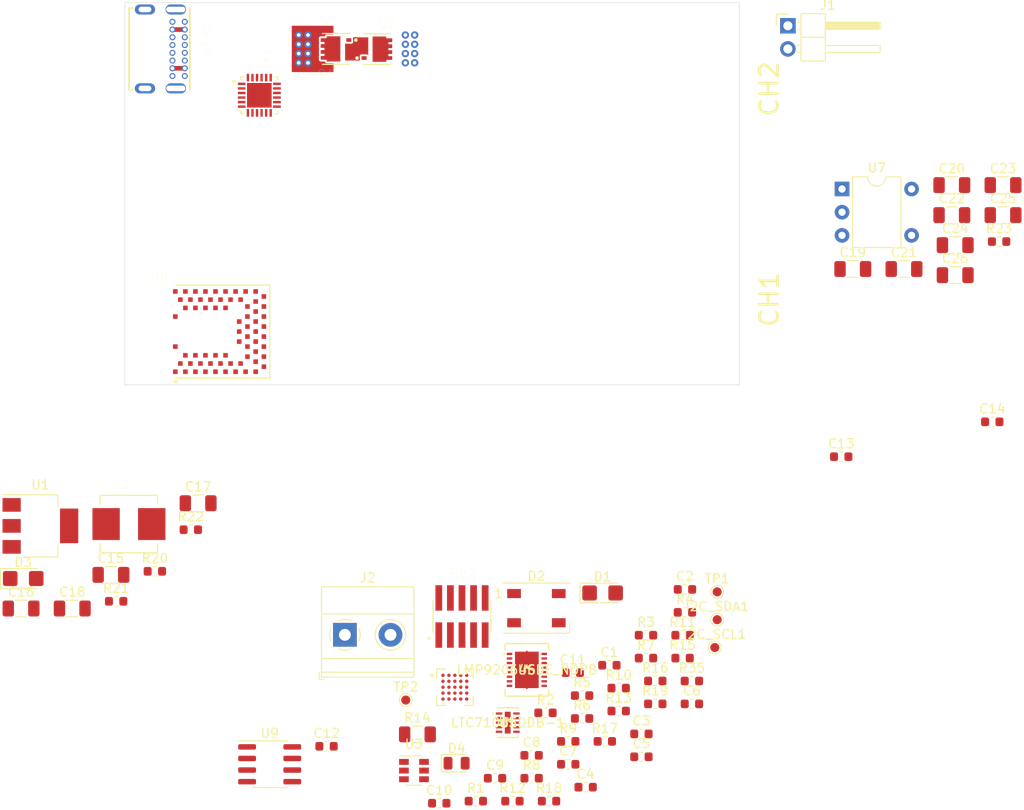
<source format=kicad_pcb>
(kicad_pcb (version 20171130) (host pcbnew "(5.1.5-0-10_14)")
  (layers (0 F.Cu signal) (1 In1.Cu power) (2 In2.Cu power) (31 B.Cu signal) (34 B.Paste user) (35 F.Paste user) (36 B.SilkS user) (37 F.SilkS user hide) (38 B.Mask user) (39 F.Mask user) (44 Edge.Cuts user))
  (net 0 "")
  (net 1 /I2C_SCL)
  (net 2 /I2C_SDA)
  (net 3 GND)
  (net 4 "Net-(Q1-Pad4)")
  (net 5 "Net-(R5-Pad1)")
  (net 6 /STUSB_RESET)
  (net 7 "Net-(C4-Pad1)")
  (net 8 /vSINK)
  (net 9 +3V3)
  (net 10 "Net-(C9-Pad2)")
  (net 11 "Net-(U4-PadC1)")
  (net 12 "Net-(U4-PadB1)")
  (net 13 "Net-(C7-Pad1)")
  (net 14 "Net-(USB1-PadB8)")
  (net 15 "Net-(USB1-PadA8)")
  (net 16 "Net-(C1-Pad1)")
  (net 17 "Net-(C8-Pad1)")
  (net 18 /VUSB_RAW)
  (net 19 "Net-(D2-Pad2)")
  (net 20 "Net-(R3-Pad2)")
  (net 21 "Net-(R8-Pad2)")
  (net 22 "Net-(R16-Pad1)")
  (net 23 "Net-(U2-Pad17)")
  (net 24 "Net-(U2-Pad15)")
  (net 25 "Net-(U2-Pad11)")
  (net 26 "Net-(PH2-Pad8)")
  (net 27 "Net-(PH2-Pad7)")
  (net 28 "Net-(D4-Pad2)")
  (net 29 "Net-(D4-Pad1)")
  (net 30 "Net-(D2-Pad4)")
  (net 31 "Net-(R1-Pad2)")
  (net 32 /STUSB_POK3)
  (net 33 /STUSB_POK2)
  (net 34 "Net-(U2-Pad4)")
  (net 35 "Net-(U2-Pad1)")
  (net 36 "Net-(U2-Pad19)")
  (net 37 "Net-(R12-Pad1)")
  (net 38 "Net-(R11-Pad1)")
  (net 39 "Net-(R10-Pad2)")
  (net 40 "Net-(C16-Pad1)")
  (net 41 +5V)
  (net 42 "Net-(J1-Pad1)")
  (net 43 "Net-(R17-Pad2)")
  (net 44 "Net-(U5-Pad11)")
  (net 45 "Net-(U6-Pad17)")
  (net 46 "Net-(U6-Pad15)")
  (net 47 "Net-(C13-Pad1)")
  (net 48 /VOUT)
  (net 49 "Net-(U8-Pad68)")
  (net 50 "Net-(U8-Pad67)")
  (net 51 "Net-(PH2-Pad10)")
  (net 52 "Net-(PH2-Pad6)")
  (net 53 "Net-(PH2-Pad4)")
  (net 54 "Net-(PH2-Pad2)")
  (net 55 /MISO)
  (net 56 /LTC7106_EN)
  (net 57 /LTC7106_CSB)
  (net 58 /SCLK)
  (net 59 /MOSI)
  (net 60 /LMP92064_CSB)
  (net 61 "Net-(C16-Pad2)")
  (net 62 "Net-(R20-Pad2)")
  (net 63 "Net-(R21-Pad2)")
  (net 64 /VOUT_PRE_SWITCH)
  (net 65 "Net-(R23-Pad1)")
  (net 66 "Net-(U7-Pad3)")
  (net 67 /OUTPUT_EN)
  (net 68 "Net-(U9-Pad3)")
  (net 69 "Net-(U9-Pad2)")
  (module Package_SO:SOIC-8_3.9x4.9mm_P1.27mm (layer F.Cu) (at 128.968 157.554)
    (fp_text reference U9 (at 0 -3.4) (layer F.SilkS))
    (fp_text value USB6B1)
    (pad 8 smd roundrect (at 2.475 -1.905) (size 1.95 0.6) (layers F.Cu F.Paste F.Mask) (net 41 +5V))
    (pad 7 smd roundrect (at 2.475 -0.635) (size 1.95 0.6) (layers F.Cu F.Paste F.Mask) (net 50 "Net-(U8-Pad67)"))
    (pad 6 smd roundrect (at 2.475 0.635) (size 1.95 0.6) (layers F.Cu F.Paste F.Mask) (net 49 "Net-(U8-Pad68)"))
    (pad 5 smd roundrect (at 2.475 1.905) (size 1.95 0.6) (layers F.Cu F.Paste F.Mask) (net 3 GND))
    (pad 4 smd roundrect (at -2.475 1.905) (size 1.95 0.6) (layers F.Cu F.Paste F.Mask) (net 3 GND))
    (pad 3 smd roundrect (at -2.475 0.635) (size 1.95 0.6) (layers F.Cu F.Paste F.Mask) (net 68 "Net-(U9-Pad3)"))
    (pad 2 smd roundrect (at -2.475 -0.635) (size 1.95 0.6) (layers F.Cu F.Paste F.Mask) (net 69 "Net-(U9-Pad2)"))
    (pad 1 smd roundrect (at -2.475 -1.905) (size 1.95 0.6) (layers F.Cu F.Paste F.Mask) (net 41 +5V))
  )
  (module Capacitor_SMD:C_0603_1608Metric (layer F.Cu) (at 135.198 155.584)
    (fp_text reference C12 (at 0 -1.43) (layer F.SilkS))
    (fp_text value .1uF)
    (pad 2 smd roundrect (at 0.7875 0) (size 0.875 0.95) (layers F.Cu F.Paste F.Mask) (net 3 GND))
    (pad 1 smd roundrect (at -0.7875 0) (size 0.875 0.95) (layers F.Cu F.Paste F.Mask) (net 41 +5V))
  )
  (module Package_DIP:DIP-5-6_W7.62mm (layer F.Cu) (at 191.676 94.49)
    (fp_text reference U7 (at 3.81 -2.33) (layer F.SilkS))
    (fp_text value TLP3542)
    (pad 6 thru_hole oval (at 7.62 0) (size 1.6 1.6) (drill 0.8) (layers *.Cu *.Mask) (net 64 /VOUT_PRE_SWITCH))
    (pad 3 thru_hole oval (at 0 5.08) (size 1.6 1.6) (drill 0.8) (layers *.Cu *.Mask) (net 66 "Net-(U7-Pad3)"))
    (pad 2 thru_hole oval (at 0 2.54) (size 1.6 1.6) (drill 0.8) (layers *.Cu *.Mask) (net 65 "Net-(R23-Pad1)"))
    (pad 4 thru_hole oval (at 7.62 5.08) (size 1.6 1.6) (drill 0.8) (layers *.Cu *.Mask) (net 48 /VOUT))
    (pad 1 thru_hole rect (at 0 0) (size 1.6 1.6) (drill 0.8) (layers *.Cu *.Mask) (net 67 /OUTPUT_EN))
  )
  (module Resistor_SMD:R_0603_1608Metric (layer F.Cu) (at 208.886 100.25)
    (fp_text reference R23 (at 0 -1.43) (layer F.SilkS))
    (fp_text value 1.1K)
    (pad 2 smd roundrect (at 0.7875 0) (size 0.875 0.95) (layers F.Cu F.Paste F.Mask) (net 3 GND))
    (pad 1 smd roundrect (at -0.7875 0) (size 0.875 0.95) (layers F.Cu F.Paste F.Mask) (net 65 "Net-(R23-Pad1)"))
  )
  (module Capacitor_SMD:C_1206_3216Metric (layer F.Cu) (at 204.076 103.93)
    (fp_text reference C26 (at 0 -1.82) (layer F.SilkS))
    (fp_text value 10uF)
    (pad 2 smd roundrect (at 1.4 0) (size 1.25 1.75) (layers F.Cu F.Paste F.Mask) (roundrect_rratio 0.2) (net 3 GND))
    (pad 1 smd roundrect (at -1.4 0) (size 1.25 1.75) (layers F.Cu F.Paste F.Mask) (roundrect_rratio 0.2) (net 64 /VOUT_PRE_SWITCH))
  )
  (module Capacitor_SMD:C_1206_3216Metric (layer F.Cu) (at 209.316 97.35)
    (fp_text reference C25 (at 0 -1.82) (layer F.SilkS))
    (fp_text value 10uF)
    (pad 2 smd roundrect (at 1.4 0) (size 1.25 1.75) (layers F.Cu F.Paste F.Mask) (roundrect_rratio 0.2) (net 3 GND))
    (pad 1 smd roundrect (at -1.4 0) (size 1.25 1.75) (layers F.Cu F.Paste F.Mask) (roundrect_rratio 0.2) (net 64 /VOUT_PRE_SWITCH))
  )
  (module Capacitor_SMD:C_1206_3216Metric (layer F.Cu) (at 204.076 100.64)
    (fp_text reference C24 (at 0 -1.82) (layer F.SilkS))
    (fp_text value 10uF)
    (pad 2 smd roundrect (at 1.4 0) (size 1.25 1.75) (layers F.Cu F.Paste F.Mask) (roundrect_rratio 0.2) (net 3 GND))
    (pad 1 smd roundrect (at -1.4 0) (size 1.25 1.75) (layers F.Cu F.Paste F.Mask) (roundrect_rratio 0.2) (net 64 /VOUT_PRE_SWITCH))
  )
  (module Capacitor_SMD:C_1206_3216Metric (layer F.Cu) (at 209.316 94.06)
    (fp_text reference C23 (at 0 -1.82) (layer F.SilkS))
    (fp_text value 10uF)
    (pad 2 smd roundrect (at 1.4 0) (size 1.25 1.75) (layers F.Cu F.Paste F.Mask) (roundrect_rratio 0.2) (net 3 GND))
    (pad 1 smd roundrect (at -1.4 0) (size 1.25 1.75) (layers F.Cu F.Paste F.Mask) (roundrect_rratio 0.2) (net 64 /VOUT_PRE_SWITCH))
  )
  (module Capacitor_SMD:C_1206_3216Metric (layer F.Cu) (at 203.706 97.35)
    (fp_text reference C22 (at 0 -1.82) (layer F.SilkS))
    (fp_text value 10uF)
    (pad 2 smd roundrect (at 1.4 0) (size 1.25 1.75) (layers F.Cu F.Paste F.Mask) (roundrect_rratio 0.2) (net 3 GND))
    (pad 1 smd roundrect (at -1.4 0) (size 1.25 1.75) (layers F.Cu F.Paste F.Mask) (roundrect_rratio 0.2) (net 64 /VOUT_PRE_SWITCH))
  )
  (module Capacitor_SMD:C_1206_3216Metric (layer F.Cu) (at 198.466 103.26)
    (fp_text reference C21 (at 0 -1.82) (layer F.SilkS))
    (fp_text value 10uF)
    (pad 2 smd roundrect (at 1.4 0) (size 1.25 1.75) (layers F.Cu F.Paste F.Mask) (roundrect_rratio 0.2) (net 3 GND))
    (pad 1 smd roundrect (at -1.4 0) (size 1.25 1.75) (layers F.Cu F.Paste F.Mask) (roundrect_rratio 0.2) (net 64 /VOUT_PRE_SWITCH))
  )
  (module Capacitor_SMD:C_1206_3216Metric (layer F.Cu) (at 203.706 94.06)
    (fp_text reference C20 (at 0 -1.82) (layer F.SilkS))
    (fp_text value 10uF)
    (pad 2 smd roundrect (at 1.4 0) (size 1.25 1.75) (layers F.Cu F.Paste F.Mask) (roundrect_rratio 0.2) (net 3 GND))
    (pad 1 smd roundrect (at -1.4 0) (size 1.25 1.75) (layers F.Cu F.Paste F.Mask) (roundrect_rratio 0.2) (net 64 /VOUT_PRE_SWITCH))
  )
  (module Capacitor_SMD:C_1206_3216Metric (layer F.Cu) (at 192.856 103.26)
    (fp_text reference C19 (at 0 -1.82) (layer F.SilkS))
    (fp_text value 10uF)
    (pad 2 smd roundrect (at 1.4 0) (size 1.25 1.75) (layers F.Cu F.Paste F.Mask) (roundrect_rratio 0.2) (net 3 GND))
    (pad 1 smd roundrect (at -1.4 0) (size 1.25 1.75) (layers F.Cu F.Paste F.Mask) (roundrect_rratio 0.2) (net 64 /VOUT_PRE_SWITCH))
  )
  (module Package_TO_SOT_SMD:SOT-223-3_TabPin2 (layer F.Cu) (at 103.846 131.418)
    (fp_text reference U1 (at 0 -4.5) (layer F.SilkS))
    (fp_text value LM1117LD-3.3)
    (pad 1 smd rect (at -3.15 -2.3) (size 2 1.5) (layers F.Cu F.Paste F.Mask) (net 3 GND))
    (pad 3 smd rect (at -3.15 2.3) (size 2 1.5) (layers F.Cu F.Paste F.Mask) (net 41 +5V))
    (pad 2 smd rect (at -3.15 0) (size 2 1.5) (layers F.Cu F.Paste F.Mask) (net 9 +3V3))
    (pad 2 smd rect (at 3.15 0) (size 2 3.8) (layers F.Cu F.Paste F.Mask) (net 9 +3V3))
  )
  (module Resistor_SMD:R_0603_1608Metric (layer F.Cu) (at 120.326 131.838)
    (fp_text reference R22 (at 0 -1.43) (layer F.SilkS))
    (fp_text value 10K)
    (pad 2 smd roundrect (at 0.7875 0) (size 0.875 0.95) (layers F.Cu F.Paste F.Mask) (net 3 GND))
    (pad 1 smd roundrect (at -0.7875 0) (size 0.875 0.95) (layers F.Cu F.Paste F.Mask) (net 63 "Net-(R21-Pad2)"))
  )
  (module Resistor_SMD:R_0603_1608Metric (layer F.Cu) (at 112.146 139.688)
    (fp_text reference R21 (at 0 -1.43) (layer F.SilkS))
    (fp_text value 54.9K)
    (pad 2 smd roundrect (at 0.7875 0) (size 0.875 0.95) (layers F.Cu F.Paste F.Mask) (net 63 "Net-(R21-Pad2)"))
    (pad 1 smd roundrect (at -0.7875 0) (size 0.875 0.95) (layers F.Cu F.Paste F.Mask) (net 41 +5V))
  )
  (module Resistor_SMD:R_0603_1608Metric (layer F.Cu) (at 116.386 136.398)
    (fp_text reference R20 (at 0 -1.43) (layer F.SilkS))
    (fp_text value 100K)
    (pad 2 smd roundrect (at 0.7875 0) (size 0.875 0.95) (layers F.Cu F.Paste F.Mask) (net 62 "Net-(R20-Pad2)"))
    (pad 1 smd roundrect (at -0.7875 0) (size 0.875 0.95) (layers F.Cu F.Paste F.Mask) (net 18 /VUSB_RAW))
  )
  (module LQH66SN220M03L:IND_LQH66SN220M03L (layer F.Cu) (at 113.546 131.218)
    (fp_text reference L1 (at -0.635 -4.445) (layer F.SilkS) (effects (font (thickness 0.015))))
    (fp_text value LQH66SN220M03L)
    (pad 2 smd rect (at 2.5 0) (size 3 3.5) (layers F.Cu F.Paste F.Mask) (net 41 +5V))
    (pad 1 smd rect (at -2.5 0) (size 3 3.5) (layers F.Cu F.Paste F.Mask) (net 61 "Net-(C16-Pad2)"))
  )
  (module Diode_SMD:D_1206_3216Metric_Castellated (layer F.Cu) (at 101.966 137.188)
    (fp_text reference D3 (at 0 -1.78) (layer F.SilkS))
    (fp_text value SD1206T040S2R0)
    (pad 2 smd roundrect (at 1.425 0) (size 1.6 1.65) (layers F.Cu F.Paste F.Mask) (roundrect_rratio 0.15625) (net 3 GND))
    (pad 1 smd roundrect (at -1.425 0) (size 1.6 1.65) (layers F.Cu F.Paste F.Mask) (roundrect_rratio 0.15625) (net 61 "Net-(C16-Pad2)"))
  )
  (module Capacitor_SMD:C_1206_3216Metric (layer F.Cu) (at 107.336 140.478)
    (fp_text reference C18 (at 0 -1.82) (layer F.SilkS))
    (fp_text value 10uF)
    (pad 2 smd roundrect (at 1.4 0) (size 1.25 1.75) (layers F.Cu F.Paste F.Mask) (roundrect_rratio 0.2) (net 3 GND))
    (pad 1 smd roundrect (at -1.4 0) (size 1.25 1.75) (layers F.Cu F.Paste F.Mask) (roundrect_rratio 0.2) (net 9 +3V3))
  )
  (module Capacitor_SMD:C_1206_3216Metric (layer F.Cu) (at 121.126 128.938)
    (fp_text reference C17 (at 0 -1.82) (layer F.SilkS))
    (fp_text value 10uF)
    (pad 2 smd roundrect (at 1.4 0) (size 1.25 1.75) (layers F.Cu F.Paste F.Mask) (roundrect_rratio 0.2) (net 3 GND))
    (pad 1 smd roundrect (at -1.4 0) (size 1.25 1.75) (layers F.Cu F.Paste F.Mask) (roundrect_rratio 0.2) (net 41 +5V))
  )
  (module Capacitor_SMD:C_1206_3216Metric (layer F.Cu) (at 101.726 140.478)
    (fp_text reference C16 (at 0 -1.82) (layer F.SilkS))
    (fp_text value .1uF)
    (pad 2 smd roundrect (at 1.4 0) (size 1.25 1.75) (layers F.Cu F.Paste F.Mask) (roundrect_rratio 0.2) (net 61 "Net-(C16-Pad2)"))
    (pad 1 smd roundrect (at -1.4 0) (size 1.25 1.75) (layers F.Cu F.Paste F.Mask) (roundrect_rratio 0.2) (net 40 "Net-(C16-Pad1)"))
  )
  (module Capacitor_SMD:C_1206_3216Metric (layer F.Cu) (at 111.576 136.788)
    (fp_text reference C15 (at 0 -1.82) (layer F.SilkS))
    (fp_text value 10uF)
    (pad 2 smd roundrect (at 1.4 0) (size 1.25 1.75) (layers F.Cu F.Paste F.Mask) (roundrect_rratio 0.2) (net 18 /VUSB_RAW))
    (pad 1 smd roundrect (at -1.4 0) (size 1.25 1.75) (layers F.Cu F.Paste F.Mask) (roundrect_rratio 0.2) (net 3 GND))
  )
  (module BMD-340-A-R:RIGADO_BMD-340-A-R (layer F.Cu) (at 121.482 110.118)
    (fp_text reference U8 (at -4.594315 -5.909865) (layer F.SilkS) (effects (font (size 1.004228 1.004228) (thickness 0.015))))
    (fp_text value BMD-340-A-R)
    (pad 68 smd rect (at 6.85 -3.85) (size 0.5 0.5) (layers F.Cu F.Paste F.Mask) (net 49 "Net-(U8-Pad68)"))
    (pad 67 smd rect (at 6.85 -2.75) (size 0.5 0.5) (layers F.Cu F.Paste F.Mask) (net 50 "Net-(U8-Pad67)"))
    (pad 66 smd rect (at 6.85 -1.65) (size 0.5 0.5) (layers F.Cu F.Paste F.Mask) (net 41 +5V))
    (pad 65 smd rect (at 6.85 -0.55) (size 0.5 0.5) (layers F.Cu F.Paste F.Mask) (net 9 +3V3))
    (pad 64 smd rect (at 6.85 0.55) (size 0.5 0.5) (layers F.Cu F.Paste F.Mask))
    (pad 63 smd rect (at 6.85 1.65) (size 0.5 0.5) (layers F.Cu F.Paste F.Mask))
    (pad 62 smd rect (at 6.85 2.75) (size 0.5 0.5) (layers F.Cu F.Paste F.Mask))
    (pad 61 smd rect (at 6.85 3.85) (size 0.5 0.5) (layers F.Cu F.Paste F.Mask))
    (pad 60 smd rect (at -1.75 -2.6) (size 0.5 0.5) (layers F.Cu F.Paste F.Mask))
    (pad 59 smd rect (at -0.65 -2.6) (size 0.5 0.5) (layers F.Cu F.Paste F.Mask))
    (pad 58 smd rect (at 0.45 -2.6) (size 0.5 0.5) (layers F.Cu F.Paste F.Mask))
    (pad 57 smd rect (at 1.55 -2.6) (size 0.5 0.5) (layers F.Cu F.Paste F.Mask))
    (pad 56 smd rect (at 2.65 -2.6) (size 0.5 0.5) (layers F.Cu F.Paste F.Mask) (net 52 "Net-(PH2-Pad6)"))
    (pad 55 smd rect (at 4.15 -1.1) (size 0.5 0.5) (layers F.Cu F.Paste F.Mask) (net 3 GND))
    (pad 54 smd rect (at 4.15 0) (size 0.5 0.5) (layers F.Cu F.Paste F.Mask))
    (pad 53 smd rect (at 4.15 1.1) (size 0.5 0.5) (layers F.Cu F.Paste F.Mask))
    (pad 52 smd rect (at 2.65 2.6) (size 0.5 0.5) (layers F.Cu F.Paste F.Mask))
    (pad 51 smd rect (at 1.55 2.6) (size 0.5 0.5) (layers F.Cu F.Paste F.Mask))
    (pad 50 smd rect (at 0.45 2.6) (size 0.5 0.5) (layers F.Cu F.Paste F.Mask))
    (pad 49 smd rect (at -0.65 2.6) (size 0.5 0.5) (layers F.Cu F.Paste F.Mask))
    (pad 48 smd rect (at -1.75 2.6) (size 0.5 0.5) (layers F.Cu F.Paste F.Mask))
    (pad 47 smd rect (at -2.85 1.65) (size 0.5 0.5) (layers F.Cu F.Paste F.Mask) (net 3 GND))
    (pad 46 smd rect (at -2.85 -1.65) (size 0.5 0.5) (layers F.Cu F.Paste F.Mask) (net 3 GND))
    (pad 45 smd rect (at -2.85 -4.4) (size 0.5 0.5) (layers F.Cu F.Paste F.Mask) (net 3 GND))
    (pad 44 smd rect (at -2.3 -3.5) (size 0.5 0.5) (layers F.Cu F.Paste F.Mask) (net 54 "Net-(PH2-Pad2)"))
    (pad 43 smd rect (at -1.75 -4.4) (size 0.5 0.5) (layers F.Cu F.Paste F.Mask) (net 53 "Net-(PH2-Pad4)"))
    (pad 42 smd rect (at -1.2 -3.5) (size 0.5 0.5) (layers F.Cu F.Paste F.Mask))
    (pad 41 smd rect (at -0.65 -4.4) (size 0.5 0.5) (layers F.Cu F.Paste F.Mask))
    (pad 40 smd rect (at -0.1 -3.5) (size 0.5 0.5) (layers F.Cu F.Paste F.Mask))
    (pad 39 smd rect (at 0.45 -4.4) (size 0.5 0.5) (layers F.Cu F.Paste F.Mask) (net 51 "Net-(PH2-Pad10)"))
    (pad 38 smd rect (at 1 -3.5) (size 0.5 0.5) (layers F.Cu F.Paste F.Mask))
    (pad 37 smd rect (at 1.55 -4.4) (size 0.5 0.5) (layers F.Cu F.Paste F.Mask))
    (pad 36 smd rect (at 2.1 -3.5) (size 0.5 0.5) (layers F.Cu F.Paste F.Mask) (net 31 "Net-(R1-Pad2)"))
    (pad 35 smd rect (at 2.65 -4.4) (size 0.5 0.5) (layers F.Cu F.Paste F.Mask))
    (pad 34 smd rect (at 3.2 -3.5) (size 0.5 0.5) (layers F.Cu F.Paste F.Mask))
    (pad 33 smd rect (at 3.75 -4.4) (size 0.5 0.5) (layers F.Cu F.Paste F.Mask))
    (pad 32 smd rect (at 4.3 -3.5) (size 0.5 0.5) (layers F.Cu F.Paste F.Mask) (net 67 /OUTPUT_EN))
    (pad 31 smd rect (at 4.85 -4.4) (size 0.5 0.5) (layers F.Cu F.Paste F.Mask) (net 32 /STUSB_POK3))
    (pad 30 smd rect (at 5.95 -4.4) (size 0.5 0.5) (layers F.Cu F.Paste F.Mask) (net 3 GND))
    (pad 29 smd rect (at 5.95 -3.3) (size 0.5 0.5) (layers F.Cu F.Paste F.Mask) (net 3 GND))
    (pad 28 smd rect (at 5.05 -2.75) (size 0.5 0.5) (layers F.Cu F.Paste F.Mask) (net 33 /STUSB_POK2))
    (pad 27 smd rect (at 5.95 -2.2) (size 0.5 0.5) (layers F.Cu F.Paste F.Mask) (net 6 /STUSB_RESET))
    (pad 26 smd rect (at 5.05 -1.65) (size 0.5 0.5) (layers F.Cu F.Paste F.Mask) (net 2 /I2C_SDA))
    (pad 25 smd rect (at 5.95 -1.1) (size 0.5 0.5) (layers F.Cu F.Paste F.Mask) (net 1 /I2C_SCL))
    (pad 24 smd rect (at 5.05 -0.55) (size 0.5 0.5) (layers F.Cu F.Paste F.Mask) (net 28 "Net-(D4-Pad2)"))
    (pad 23 smd rect (at 5.95 0) (size 0.5 0.5) (layers F.Cu F.Paste F.Mask) (net 60 /LMP92064_CSB))
    (pad 22 smd rect (at 5.05 0.55) (size 0.5 0.5) (layers F.Cu F.Paste F.Mask) (net 59 /MOSI))
    (pad 21 smd rect (at 5.95 1.1) (size 0.5 0.5) (layers F.Cu F.Paste F.Mask) (net 58 /SCLK))
    (pad 20 smd rect (at 5.05 1.65) (size 0.5 0.5) (layers F.Cu F.Paste F.Mask) (net 55 /MISO))
    (pad 19 smd rect (at 5.95 2.2) (size 0.5 0.5) (layers F.Cu F.Paste F.Mask) (net 57 /LTC7106_CSB))
    (pad 18 smd rect (at 5.05 2.75) (size 0.5 0.5) (layers F.Cu F.Paste F.Mask) (net 3 GND))
    (pad 17 smd rect (at 5.95 3.3) (size 0.5 0.5) (layers F.Cu F.Paste F.Mask) (net 9 +3V3))
    (pad 16 smd rect (at 5.95 4.4) (size 0.5 0.5) (layers F.Cu F.Paste F.Mask) (net 3 GND))
    (pad 15 smd rect (at 4.85 4.4) (size 0.5 0.5) (layers F.Cu F.Paste F.Mask) (net 56 /LTC7106_EN))
    (pad 14 smd rect (at 4.3 3.5) (size 0.5 0.5) (layers F.Cu F.Paste F.Mask))
    (pad 13 smd rect (at 3.75 4.4) (size 0.5 0.5) (layers F.Cu F.Paste F.Mask))
    (pad 12 smd rect (at 3.2 3.5) (size 0.5 0.5) (layers F.Cu F.Paste F.Mask))
    (pad 11 smd rect (at 2.65 4.4) (size 0.5 0.5) (layers F.Cu F.Paste F.Mask))
    (pad 10 smd rect (at 2.1 3.5) (size 0.5 0.5) (layers F.Cu F.Paste F.Mask))
    (pad 9 smd rect (at 1.55 4.4) (size 0.5 0.5) (layers F.Cu F.Paste F.Mask))
    (pad 8 smd rect (at 1 3.5) (size 0.5 0.5) (layers F.Cu F.Paste F.Mask))
    (pad 7 smd rect (at 0.45 4.4) (size 0.5 0.5) (layers F.Cu F.Paste F.Mask))
    (pad 6 smd rect (at -0.1 3.5) (size 0.5 0.5) (layers F.Cu F.Paste F.Mask))
    (pad 5 smd rect (at -0.65 4.4) (size 0.5 0.5) (layers F.Cu F.Paste F.Mask) (net 3 GND))
    (pad 4 smd rect (at -1.2 3.5) (size 0.5 0.5) (layers F.Cu F.Paste F.Mask) (net 3 GND))
    (pad 3 smd rect (at -1.75 4.4) (size 0.5 0.5) (layers F.Cu F.Paste F.Mask) (net 3 GND))
    (pad 2 smd rect (at -2.3 3.5) (size 0.5 0.5) (layers F.Cu F.Paste F.Mask) (net 3 GND))
    (pad 1 smd rect (at -2.85 4.4) (size 0.5 0.5) (layers F.Cu F.Paste F.Mask) (net 3 GND))
  )
  (module Capacitor_SMD:C_0603_1608Metric (layer F.Cu) (at 208.136 120.014)
    (fp_text reference C14 (at 0 -1.43) (layer F.SilkS))
    (fp_text value .1uF)
    (pad 2 smd roundrect (at 0.7875 0) (size 0.875 0.95) (layers F.Cu F.Paste F.Mask) (net 3 GND))
    (pad 1 smd roundrect (at -0.7875 0) (size 0.875 0.95) (layers F.Cu F.Paste F.Mask) (net 9 +3V3))
  )
  (module Capacitor_SMD:C_0603_1608Metric (layer F.Cu) (at 191.586 123.834)
    (fp_text reference C13 (at 0 -1.43) (layer F.SilkS))
    (fp_text value 1uF)
    (pad 2 smd roundrect (at 0.7875 0) (size 0.875 0.95) (layers F.Cu F.Paste F.Mask) (net 3 GND))
    (pad 1 smd roundrect (at -0.7875 0) (size 0.875 0.95) (layers F.Cu F.Paste F.Mask) (net 47 "Net-(C13-Pad1)"))
  )
  (module footprints:LMP92064SDE&slash_NOPB (layer F.Cu) (at 157.145349 147.2062)
    (fp_text reference U6 (at 0 0) (layer F.SilkS))
    (fp_text value LMP92064SDE_NOPB (at 0 0) (layer F.SilkS))
    (fp_line (start 0 2) (end 0 2) (layer F.Cu) (width 0.1524))
    (fp_line (start 0 2) (end 0 2) (layer F.Cu) (width 0.1524))
    (fp_line (start 0 2) (end 0 2) (layer F.Cu) (width 0.1524))
    (fp_line (start 0 2) (end 0 2) (layer F.Cu) (width 0.1524))
    (fp_line (start 0 2) (end 0 2) (layer F.Cu) (width 0.1524))
    (fp_line (start 0 2) (end 0 2) (layer F.Cu) (width 0.1524))
    (fp_line (start 0 2) (end 0 2) (layer F.Cu) (width 0.1524))
    (fp_line (start 0 2) (end 0 2) (layer F.Cu) (width 0.1524))
    (fp_line (start 0 -2) (end 0 -2) (layer F.Cu) (width 0.1524))
    (fp_line (start 0 -2) (end 0 -2) (layer F.Cu) (width 0.1524))
    (fp_line (start 0 -2) (end 0 -2) (layer F.Cu) (width 0.1524))
    (fp_line (start 0 -2) (end 0 -2) (layer F.Cu) (width 0.1524))
    (fp_line (start 0 -2) (end 0 -2) (layer F.Cu) (width 0.1524))
    (fp_line (start 0 -2) (end 0 -2) (layer F.Cu) (width 0.1524))
    (fp_line (start 0 -2) (end 0 -2) (layer F.Cu) (width 0.1524))
    (fp_line (start 0 -2) (end 0 -2) (layer F.Cu) (width 0.1524))
    (fp_text user * (at 0 0) (layer F.SilkS))
    (pad 17 smd rect (at 0 0) (size 2.6 4) (layers F.Cu F.Paste F.Mask) (net 45 "Net-(U6-Pad17)"))
    (pad 16 smd rect (at 1.899999 -1.749999) (size 0.6 0.25) (layers F.Cu F.Paste F.Mask) (net 3 GND))
    (pad 15 smd rect (at 1.899999 -1.25) (size 0.6 0.25) (layers F.Cu F.Paste F.Mask) (net 46 "Net-(U6-Pad15)"))
    (pad 14 smd rect (at 1.899999 -0.749998) (size 0.6 0.25) (layers F.Cu F.Paste F.Mask) (net 60 /LMP92064_CSB))
    (pad 13 smd rect (at 1.899999 -0.25) (size 0.6 0.25) (layers F.Cu F.Paste F.Mask) (net 58 /SCLK))
    (pad 12 smd rect (at 1.899999 0.25) (size 0.6 0.25) (layers F.Cu F.Paste F.Mask) (net 59 /MOSI))
    (pad 11 smd rect (at 1.899999 0.750001) (size 0.6 0.25) (layers F.Cu F.Paste F.Mask) (net 55 /MISO))
    (pad 10 smd rect (at 1.899999 1.25) (size 0.6 0.25) (layers F.Cu F.Paste F.Mask) (net 3 GND))
    (pad 9 smd rect (at 1.899999 1.750002) (size 0.6 0.25) (layers F.Cu F.Paste F.Mask) (net 9 +3V3))
    (pad 8 smd rect (at -1.899999 1.749999) (size 0.6 0.25) (layers F.Cu F.Paste F.Mask) (net 9 +3V3))
    (pad 7 smd rect (at -1.899999 1.25) (size 0.6 0.25) (layers F.Cu F.Paste F.Mask) (net 3 GND))
    (pad 6 smd rect (at -1.899999 0.749998) (size 0.6 0.25) (layers F.Cu F.Paste F.Mask) (net 3 GND))
    (pad 5 smd rect (at -1.899999 0.25) (size 0.6 0.25) (layers F.Cu F.Paste F.Mask) (net 43 "Net-(R17-Pad2)"))
    (pad 4 smd rect (at -1.899999 -0.25) (size 0.6 0.25) (layers F.Cu F.Paste F.Mask) (net 3 GND))
    (pad 3 smd rect (at -1.899999 -0.750001) (size 0.6 0.25) (layers F.Cu F.Paste F.Mask) (net 42 "Net-(J1-Pad1)"))
    (pad 2 smd rect (at -1.899999 -1.25) (size 0.6 0.25) (layers F.Cu F.Paste F.Mask) (net 3 GND))
    (pad 1 smd rect (at -1.899999 -1.750002) (size 0.6 0.25) (layers F.Cu F.Paste F.Mask) (net 47 "Net-(C13-Pad1)"))
  )
  (module ul_LTC7106EDDB:LTC7106EDDB (layer F.Cu) (at 155.050145 152.9892)
    (fp_text reference U5 (at 0 0) (layer F.SilkS))
    (fp_text value LTC7106EDDB-1 (at 0 0) (layer F.SilkS))
    (fp_text user * (at 0 0) (layer F.SilkS))
    (pad 11 smd rect (at 0 0) (size 0.64 2.39) (layers F.Cu F.Paste F.Mask) (net 44 "Net-(U5-Pad11)"))
    (pad 10 smd rect (at 0.952401 -1.000001) (size 0.7048 0.25) (layers F.Cu F.Paste F.Mask) (net 57 /LTC7106_CSB))
    (pad 9 smd rect (at 0.952401 -0.499999) (size 0.7048 0.25) (layers F.Cu F.Paste F.Mask) (net 55 /MISO))
    (pad 8 smd rect (at 0.952401 0) (size 0.7048 0.25) (layers F.Cu F.Paste F.Mask) (net 39 "Net-(R10-Pad2)"))
    (pad 7 smd rect (at 0.952401 0.499999) (size 0.7048 0.25) (layers F.Cu F.Paste F.Mask) (net 56 /LTC7106_EN))
    (pad 6 smd rect (at 0.952401 1.000001) (size 0.7048 0.25) (layers F.Cu F.Paste F.Mask) (net 37 "Net-(R12-Pad1)"))
    (pad 5 smd rect (at -0.952401 1.000001) (size 0.7048 0.25) (layers F.Cu F.Paste F.Mask) (net 3 GND))
    (pad 4 smd rect (at -0.952401 0.499999) (size 0.7048 0.25) (layers F.Cu F.Paste F.Mask) (net 3 GND))
    (pad 3 smd rect (at -0.952401 0) (size 0.7048 0.25) (layers F.Cu F.Paste F.Mask) (net 9 +3V3))
    (pad 2 smd rect (at -0.952401 -0.499999) (size 0.7048 0.25) (layers F.Cu F.Paste F.Mask) (net 58 /SCLK))
    (pad 1 smd rect (at -0.952401 -1.000001) (size 0.7048 0.25) (layers F.Cu F.Paste F.Mask) (net 59 /MOSI))
  )
  (module LTM8074IY_PBF:BGA25C65P5X5_400X400X198N (layer F.Cu) (at 149.256 149.104)
    (fp_text reference U4 (at 0.425 -3.885) (layer F.SilkS) (effects (font (thickness 0.015))))
    (fp_text value LTM8074IY)
    (pad E5 smd circle (at 1.3 1.3) (size 0.37 0.37) (layers F.Cu F.Paste F.Mask) (net 3 GND))
    (pad E4 smd circle (at 0.65 1.3) (size 0.37 0.37) (layers F.Cu F.Paste F.Mask) (net 3 GND))
    (pad E3 smd circle (at 0 1.3) (size 0.37 0.37) (layers F.Cu F.Paste F.Mask) (net 3 GND))
    (pad E2 smd circle (at -0.65 1.3) (size 0.37 0.37) (layers F.Cu F.Paste F.Mask) (net 64 /VOUT_PRE_SWITCH))
    (pad E1 smd circle (at -1.3 1.3) (size 0.37 0.37) (layers F.Cu F.Paste F.Mask) (net 64 /VOUT_PRE_SWITCH))
    (pad D5 smd circle (at 1.3 0.65) (size 0.37 0.37) (layers F.Cu F.Paste F.Mask) (net 3 GND))
    (pad D4 smd circle (at 0.65 0.65) (size 0.37 0.37) (layers F.Cu F.Paste F.Mask) (net 3 GND))
    (pad D3 smd circle (at 0 0.65) (size 0.37 0.37) (layers F.Cu F.Paste F.Mask) (net 3 GND))
    (pad D2 smd circle (at -0.65 0.65) (size 0.37 0.37) (layers F.Cu F.Paste F.Mask) (net 3 GND))
    (pad D1 smd circle (at -1.3 0.65) (size 0.37 0.37) (layers F.Cu F.Paste F.Mask) (net 37 "Net-(R12-Pad1)"))
    (pad C5 smd circle (at 1.3 0) (size 0.37 0.37) (layers F.Cu F.Paste F.Mask) (net 3 GND))
    (pad C4 smd circle (at 0.65 0) (size 0.37 0.37) (layers F.Cu F.Paste F.Mask) (net 3 GND))
    (pad C3 smd circle (at 0 0) (size 0.37 0.37) (layers F.Cu F.Paste F.Mask) (net 3 GND))
    (pad C2 smd circle (at -0.65 0) (size 0.37 0.37) (layers F.Cu F.Paste F.Mask) (net 3 GND))
    (pad C1 smd circle (at -1.3 0) (size 0.37 0.37) (layers F.Cu F.Paste F.Mask) (net 11 "Net-(U4-PadC1)"))
    (pad B5 smd circle (at 1.3 -0.65) (size 0.37 0.37) (layers F.Cu F.Paste F.Mask) (net 38 "Net-(R11-Pad1)"))
    (pad B4 smd circle (at 0.65 -0.65) (size 0.37 0.37) (layers F.Cu F.Paste F.Mask) (net 3 GND))
    (pad B3 smd circle (at 0 -0.65) (size 0.37 0.37) (layers F.Cu F.Paste F.Mask) (net 3 GND))
    (pad B2 smd circle (at -0.65 -0.65) (size 0.37 0.37) (layers F.Cu F.Paste F.Mask) (net 3 GND))
    (pad B1 smd circle (at -1.3 -0.65) (size 0.37 0.37) (layers F.Cu F.Paste F.Mask) (net 12 "Net-(U4-PadB1)"))
    (pad A5 smd circle (at 1.3 -1.3) (size 0.37 0.37) (layers F.Cu F.Paste F.Mask) (net 3 GND))
    (pad A4 smd circle (at 0.65 -1.3) (size 0.37 0.37) (layers F.Cu F.Paste F.Mask) (net 8 /vSINK))
    (pad A3 smd circle (at 0 -1.3) (size 0.37 0.37) (layers F.Cu F.Paste F.Mask) (net 8 /vSINK))
    (pad A2 smd circle (at -0.65 -1.3) (size 0.37 0.37) (layers F.Cu F.Paste F.Mask) (net 39 "Net-(R10-Pad2)"))
    (pad A1 smd circle (at -1.3 -1.3) (size 0.37 0.37) (layers F.Cu F.Paste F.Mask) (net 3 GND))
  )
  (module Package_TO_SOT_SMD:SOT-23-6 (layer F.Cu) (at 144.776 158.244)
    (fp_text reference U3 (at 0 -2.9) (layer F.SilkS))
    (fp_text value LMR16006YQ5)
    (pad 5 smd rect (at 1.1 0) (size 1.06 0.65) (layers F.Cu F.Paste F.Mask) (net 18 /VUSB_RAW))
    (pad 6 smd rect (at 1.1 -0.95) (size 1.06 0.65) (layers F.Cu F.Paste F.Mask) (net 61 "Net-(C16-Pad2)"))
    (pad 4 smd rect (at 1.1 0.95) (size 1.06 0.65) (layers F.Cu F.Paste F.Mask) (net 62 "Net-(R20-Pad2)"))
    (pad 3 smd rect (at -1.1 0.95) (size 1.06 0.65) (layers F.Cu F.Paste F.Mask) (net 63 "Net-(R21-Pad2)"))
    (pad 2 smd rect (at -1.1 0) (size 1.06 0.65) (layers F.Cu F.Paste F.Mask) (net 3 GND))
    (pad 1 smd rect (at -1.1 -0.95) (size 1.06 0.65) (layers F.Cu F.Paste F.Mask) (net 40 "Net-(C16-Pad1)"))
  )
  (module TestPoint:TestPoint_Pad_D1.0mm (layer F.Cu) (at 143.876 150.514)
    (fp_text reference TP2 (at 0 -1.448) (layer F.SilkS))
    (fp_text value TestPoint)
    (pad 1 smd circle (at 0 0) (size 1 1) (layers F.Cu F.Mask) (net 8 /vSINK))
  )
  (module TestPoint:TestPoint_Pad_D1.0mm (layer F.Cu) (at 177.996 138.654)
    (fp_text reference TP1 (at 0 -1.448) (layer F.SilkS))
    (fp_text value TestPoint)
    (pad 1 smd circle (at 0 0) (size 1 1) (layers F.Cu F.Mask) (net 18 /VUSB_RAW))
  )
  (module Resistor_SMD:R_0603_1608Metric (layer F.Cu) (at 175.226 148.424)
    (fp_text reference R35 (at 0 -1.43) (layer F.SilkS))
    (fp_text value 300)
    (pad 2 smd roundrect (at 0.7875 0) (size 0.875 0.95) (layers F.Cu F.Paste F.Mask) (net 29 "Net-(D4-Pad1)"))
    (pad 1 smd roundrect (at -0.7875 0) (size 0.875 0.95) (layers F.Cu F.Paste F.Mask) (net 3 GND))
  )
  (module Resistor_SMD:R_0603_1608Metric (layer F.Cu) (at 171.216 150.934)
    (fp_text reference R19 (at 0 -1.43) (layer F.SilkS))
    (fp_text value 2.2K)
    (pad 2 smd roundrect (at 0.7875 0) (size 0.875 0.95) (layers F.Cu F.Paste F.Mask) (net 3 GND))
    (pad 1 smd roundrect (at -0.7875 0) (size 0.875 0.95) (layers F.Cu F.Paste F.Mask) (net 43 "Net-(R17-Pad2)"))
  )
  (module Resistor_SMD:R_0603_1608Metric (layer F.Cu) (at 159.576 161.594)
    (fp_text reference R18 (at 0 -1.43) (layer F.SilkS))
    (fp_text value 10k)
    (pad 2 smd roundrect (at 0.7875 0) (size 0.875 0.95) (layers F.Cu F.Paste F.Mask) (net 2 /I2C_SDA))
    (pad 1 smd roundrect (at -0.7875 0) (size 0.875 0.95) (layers F.Cu F.Paste F.Mask) (net 9 +3V3))
  )
  (module Resistor_SMD:R_0603_1608Metric (layer F.Cu) (at 165.686 155.044)
    (fp_text reference R17 (at 0 -1.43) (layer F.SilkS))
    (fp_text value 12K)
    (pad 2 smd roundrect (at 0.7875 0) (size 0.875 0.95) (layers F.Cu F.Paste F.Mask) (net 43 "Net-(R17-Pad2)"))
    (pad 1 smd roundrect (at -0.7875 0) (size 0.875 0.95) (layers F.Cu F.Paste F.Mask) (net 48 /VOUT))
  )
  (module Resistor_SMD:R_0603_1608Metric (layer F.Cu) (at 171.216 148.424)
    (fp_text reference R16 (at 0 -1.43) (layer F.SilkS))
    (fp_text value 1k)
    (pad 2 smd roundrect (at 0.7875 0) (size 0.875 0.95) (layers F.Cu F.Paste F.Mask) (net 8 /vSINK))
    (pad 1 smd roundrect (at -0.7875 0) (size 0.875 0.95) (layers F.Cu F.Paste F.Mask) (net 22 "Net-(R16-Pad1)"))
  )
  (module Resistor_SMD:R_0603_1608Metric (layer F.Cu) (at 174.206 145.914)
    (fp_text reference R15 (at 0 -1.43) (layer F.SilkS))
    (fp_text value 10k)
    (pad 2 smd roundrect (at 0.7875 0) (size 0.875 0.95) (layers F.Cu F.Paste F.Mask) (net 3 GND))
    (pad 1 smd roundrect (at -0.7875 0) (size 0.875 0.95) (layers F.Cu F.Paste F.Mask) (net 56 /LTC7106_EN))
  )
  (module Resistor_SMD:R_1206_3216Metric (layer F.Cu) (at 145.156 154.274)
    (fp_text reference R14 (at 0 -1.82) (layer F.SilkS))
    (fp_text value 30m)
    (pad 2 smd roundrect (at 1.4 0) (size 1.25 1.75) (layers F.Cu F.Paste F.Mask) (roundrect_rratio 0.2) (net 3 GND))
    (pad 1 smd roundrect (at -1.4 0) (size 1.25 1.75) (layers F.Cu F.Paste F.Mask) (roundrect_rratio 0.2) (net 42 "Net-(J1-Pad1)"))
  )
  (module Resistor_SMD:R_0603_1608Metric (layer F.Cu) (at 167.206 151.714)
    (fp_text reference R13 (at 0 -1.43) (layer F.SilkS))
    (fp_text value 100)
    (pad 2 smd roundrect (at 0.7875 0) (size 0.875 0.95) (layers F.Cu F.Paste F.Mask) (net 4 "Net-(Q1-Pad4)"))
    (pad 1 smd roundrect (at -0.7875 0) (size 0.875 0.95) (layers F.Cu F.Paste F.Mask) (net 10 "Net-(C9-Pad2)"))
  )
  (module Resistor_SMD:R_0603_1608Metric (layer F.Cu) (at 155.566 161.594)
    (fp_text reference R12 (at 0 -1.43) (layer F.SilkS))
    (fp_text value 47K)
    (pad 2 smd roundrect (at 0.7875 0) (size 0.875 0.95) (layers F.Cu F.Paste F.Mask) (net 3 GND))
    (pad 1 smd roundrect (at -0.7875 0) (size 0.875 0.95) (layers F.Cu F.Paste F.Mask) (net 37 "Net-(R12-Pad1)"))
  )
  (module Resistor_SMD:R_0603_1608Metric (layer F.Cu) (at 174.206 143.404)
    (fp_text reference R11 (at 0 -1.43) (layer F.SilkS))
    (fp_text value 40.2k)
    (pad 2 smd roundrect (at 0.7875 0) (size 0.875 0.95) (layers F.Cu F.Paste F.Mask) (net 3 GND))
    (pad 1 smd roundrect (at -0.7875 0) (size 0.875 0.95) (layers F.Cu F.Paste F.Mask) (net 38 "Net-(R11-Pad1)"))
  )
  (module Resistor_SMD:R_0603_1608Metric (layer F.Cu) (at 167.206 149.204)
    (fp_text reference R10 (at 0 -1.43) (layer F.SilkS))
    (fp_text value 10k)
    (pad 2 smd roundrect (at 0.7875 0) (size 0.875 0.95) (layers F.Cu F.Paste F.Mask) (net 39 "Net-(R10-Pad2)"))
    (pad 1 smd roundrect (at -0.7875 0) (size 0.875 0.95) (layers F.Cu F.Paste F.Mask) (net 9 +3V3))
  )
  (module Resistor_SMD:R_0603_1608Metric (layer F.Cu) (at 161.676 155.044)
    (fp_text reference R9 (at 0 -1.43) (layer F.SilkS))
    (fp_text value 100k)
    (pad 2 smd roundrect (at 0.7875 0) (size 0.875 0.95) (layers F.Cu F.Paste F.Mask) (net 4 "Net-(Q1-Pad4)"))
    (pad 1 smd roundrect (at -0.7875 0) (size 0.875 0.95) (layers F.Cu F.Paste F.Mask) (net 17 "Net-(C8-Pad1)"))
  )
  (module Resistor_SMD:R_0603_1608Metric (layer F.Cu) (at 157.666 159.084)
    (fp_text reference R8 (at 0 -1.43) (layer F.SilkS))
    (fp_text value 22k)
    (pad 2 smd roundrect (at 0.7875 0) (size 0.875 0.95) (layers F.Cu F.Paste F.Mask) (net 21 "Net-(R8-Pad2)"))
    (pad 1 smd roundrect (at -0.7875 0) (size 0.875 0.95) (layers F.Cu F.Paste F.Mask) (net 4 "Net-(Q1-Pad4)"))
  )
  (module Resistor_SMD:R_0603_1608Metric (layer F.Cu) (at 170.196 145.914)
    (fp_text reference R7 (at 0 -1.43) (layer F.SilkS))
    (fp_text value 10k)
    (pad 2 smd roundrect (at 0.7875 0) (size 0.875 0.95) (layers F.Cu F.Paste F.Mask) (net 55 /MISO))
    (pad 1 smd roundrect (at -0.7875 0) (size 0.875 0.95) (layers F.Cu F.Paste F.Mask) (net 9 +3V3))
  )
  (module Resistor_SMD:R_0603_1608Metric (layer F.Cu) (at 163.196 152.534)
    (fp_text reference R6 (at 0 -1.43) (layer F.SilkS))
    (fp_text value 10k)
    (pad 2 smd roundrect (at 0.7875 0) (size 0.875 0.95) (layers F.Cu F.Paste F.Mask) (net 1 /I2C_SCL))
    (pad 1 smd roundrect (at -0.7875 0) (size 0.875 0.95) (layers F.Cu F.Paste F.Mask) (net 9 +3V3))
  )
  (module Resistor_SMD:R_0603_1608Metric (layer F.Cu) (at 163.196 150.024)
    (fp_text reference R5 (at 0 -1.43) (layer F.SilkS))
    (fp_text value 100k)
    (pad 2 smd roundrect (at 0.7875 0) (size 0.875 0.95) (layers F.Cu F.Paste F.Mask) (net 3 GND))
    (pad 1 smd roundrect (at -0.7875 0) (size 0.875 0.95) (layers F.Cu F.Paste F.Mask) (net 5 "Net-(R5-Pad1)"))
  )
  (module Resistor_SMD:R_0603_1608Metric (layer F.Cu) (at 174.466 140.894)
    (fp_text reference R4 (at 0 -1.43) (layer F.SilkS))
    (fp_text value 100k)
    (pad 2 smd roundrect (at 0.7875 0) (size 0.875 0.95) (layers F.Cu F.Paste F.Mask) (net 3 GND))
    (pad 1 smd roundrect (at -0.7875 0) (size 0.875 0.95) (layers F.Cu F.Paste F.Mask) (net 6 /STUSB_RESET))
  )
  (module Resistor_SMD:R_0603_1608Metric (layer F.Cu) (at 170.196 143.404)
    (fp_text reference R3 (at 0 -1.43) (layer F.SilkS))
    (fp_text value 1k)
    (pad 2 smd roundrect (at 0.7875 0) (size 0.875 0.95) (layers F.Cu F.Paste F.Mask) (net 20 "Net-(R3-Pad2)"))
    (pad 1 smd roundrect (at -0.7875 0) (size 0.875 0.95) (layers F.Cu F.Paste F.Mask) (net 16 "Net-(C1-Pad1)"))
  )
  (module Resistor_SMD:R_0603_1608Metric (layer F.Cu) (at 159.186 151.914)
    (fp_text reference R2 (at 0 -1.43) (layer F.SilkS))
    (fp_text value 470)
    (pad 2 smd roundrect (at 0.7875 0) (size 0.875 0.95) (layers F.Cu F.Paste F.Mask) (net 16 "Net-(C1-Pad1)"))
    (pad 1 smd roundrect (at -0.7875 0) (size 0.875 0.95) (layers F.Cu F.Paste F.Mask) (net 18 /VUSB_RAW))
  )
  (module Resistor_SMD:R_0603_1608Metric (layer F.Cu) (at 151.556 161.594)
    (fp_text reference R1 (at 0 -1.43) (layer F.SilkS))
    (fp_text value 20)
    (pad 2 smd roundrect (at 0.7875 0) (size 0.875 0.95) (layers F.Cu F.Paste F.Mask) (net 31 "Net-(R1-Pad2)"))
    (pad 1 smd roundrect (at -0.7875 0) (size 0.875 0.95) (layers F.Cu F.Paste F.Mask) (net 30 "Net-(D2-Pad4)"))
  )
  (module FTSH-105-01-L-DV-K:SAMTEC_FTSH-105-01-L-DV-K (layer F.Cu) (at 150.035919 141.354)
    (fp_text reference PH2 (at 0.075 -4.735) (layer F.SilkS) (effects (font (thickness 0.015))))
    (fp_text value FTSH-105-01-L-DV-K)
    (pad 10 smd rect (at 2.54 -2.035) (size 0.74 2.79) (layers F.Cu F.Paste F.Mask) (net 51 "Net-(PH2-Pad10)"))
    (pad 9 smd rect (at 2.54 2.035) (size 0.74 2.79) (layers F.Cu F.Paste F.Mask) (net 3 GND))
    (pad 8 smd rect (at 1.27 -2.035) (size 0.74 2.79) (layers F.Cu F.Paste F.Mask) (net 26 "Net-(PH2-Pad8)"))
    (pad 7 smd rect (at 1.27 2.035) (size 0.74 2.79) (layers F.Cu F.Paste F.Mask) (net 27 "Net-(PH2-Pad7)"))
    (pad 6 smd rect (at 0 -2.035) (size 0.74 2.79) (layers F.Cu F.Paste F.Mask) (net 52 "Net-(PH2-Pad6)"))
    (pad 5 smd rect (at 0 2.035) (size 0.74 2.79) (layers F.Cu F.Paste F.Mask) (net 3 GND))
    (pad 4 smd rect (at -1.27 -2.035) (size 0.74 2.79) (layers F.Cu F.Paste F.Mask) (net 53 "Net-(PH2-Pad4)"))
    (pad 3 smd rect (at -1.27 2.035) (size 0.74 2.79) (layers F.Cu F.Paste F.Mask) (net 3 GND))
    (pad 2 smd rect (at -2.54 -2.035) (size 0.74 2.79) (layers F.Cu F.Paste F.Mask) (net 54 "Net-(PH2-Pad2)"))
    (pad 1 smd rect (at -2.54 2.035) (size 0.74 2.79) (layers F.Cu F.Paste F.Mask) (net 9 +3V3))
  )
  (module TerminalBlock_Phoenix:TerminalBlock_Phoenix_MKDS-1,5-2_1x02_P5.00mm_Horizontal (layer F.Cu) (at 137.206 143.364)
    (fp_text reference J2 (at 2.5 -6.26) (layer F.SilkS))
    (fp_text value "Screw Terminal")
    (pad 2 thru_hole circle (at 5 0) (size 2.6 2.6) (drill 1.3) (layers *.Cu *.Mask) (net 42 "Net-(J1-Pad1)"))
    (pad 1 thru_hole rect (at 0 0) (size 2.6 2.6) (drill 1.3) (layers *.Cu *.Mask) (net 48 /VOUT))
  )
  (module TestPoint:TestPoint_Pad_D1.0mm (layer F.Cu) (at 177.996 141.704)
    (fp_text reference I2C_SDA1 (at 0 -1.448) (layer F.SilkS))
    (fp_text value TestPoint)
    (pad 1 smd circle (at 0 0) (size 1 1) (layers F.Cu F.Mask) (net 2 /I2C_SDA))
  )
  (module TestPoint:TestPoint_Pad_D1.0mm (layer F.Cu) (at 177.736 144.754)
    (fp_text reference I2C_SCL1 (at 0 -1.448) (layer F.SilkS))
    (fp_text value TestPoint)
    (pad 1 smd circle (at 0 0) (size 1 1) (layers F.Cu F.Mask) (net 1 /I2C_SCL))
  )
  (module LED_SMD:LED_0805_2012Metric (layer F.Cu) (at 149.446 157.439)
    (fp_text reference D4 (at 0 -1.65) (layer F.SilkS))
    (fp_text value "BLUE 0805")
    (pad 2 smd roundrect (at 0.9375 0) (size 0.975 1.4) (layers F.Cu F.Paste F.Mask) (net 28 "Net-(D4-Pad2)"))
    (pad 1 smd roundrect (at -0.9375 0) (size 0.975 1.4) (layers F.Cu F.Paste F.Mask) (net 29 "Net-(D4-Pad1)"))
  )
  (module LED_SMD:LED_WS2812B_PLCC4_5.0x5.0mm_P3.2mm (layer F.Cu) (at 158.191 140.439)
    (fp_text reference D2 (at 0 -3.5) (layer F.SilkS))
    (fp_text value WS2812B)
    (fp_text user 1 (at -4.15 -1.6) (layer F.SilkS))
    (pad 1 smd rect (at -2.45 -1.6) (size 1.5 1) (layers F.Cu F.Paste F.Mask) (net 41 +5V))
    (pad 2 smd rect (at -2.45 1.6) (size 1.5 1) (layers F.Cu F.Paste F.Mask) (net 19 "Net-(D2-Pad2)"))
    (pad 4 smd rect (at 2.45 -1.6) (size 1.5 1) (layers F.Cu F.Paste F.Mask) (net 30 "Net-(D2-Pad4)"))
    (pad 3 smd rect (at 2.45 1.6) (size 1.5 1) (layers F.Cu F.Paste F.Mask) (net 3 GND))
  )
  (module Diode_SMD:D_1206_3216Metric_Castellated (layer F.Cu) (at 165.446 138.774)
    (fp_text reference D1 (at 0 -1.78) (layer F.SilkS))
    (fp_text value D_Schottky)
    (pad 2 smd roundrect (at 1.425 0) (size 1.6 1.65) (layers F.Cu F.Paste F.Mask) (roundrect_rratio 0.15625) (net 18 /VUSB_RAW))
    (pad 1 smd roundrect (at -1.425 0) (size 1.6 1.65) (layers F.Cu F.Paste F.Mask) (roundrect_rratio 0.15625) (net 16 "Net-(C1-Pad1)"))
  )
  (module Capacitor_SMD:C_0603_1608Metric (layer F.Cu) (at 162.176 147.514)
    (fp_text reference C11 (at 0 -1.43) (layer F.SilkS))
    (fp_text value 1uF)
    (pad 2 smd roundrect (at 0.7875 0) (size 0.875 0.95) (layers F.Cu F.Paste F.Mask) (net 3 GND))
    (pad 1 smd roundrect (at -0.7875 0) (size 0.875 0.95) (layers F.Cu F.Paste F.Mask) (net 8 /vSINK))
  )
  (module Capacitor_SMD:C_0603_1608Metric (layer F.Cu) (at 147.546 161.824)
    (fp_text reference C10 (at 0 -1.43) (layer F.SilkS))
    (fp_text value 0.1uF)
    (pad 2 smd roundrect (at 0.7875 0) (size 0.875 0.95) (layers F.Cu F.Paste F.Mask) (net 3 GND))
    (pad 1 smd roundrect (at -0.7875 0) (size 0.875 0.95) (layers F.Cu F.Paste F.Mask) (net 9 +3V3))
  )
  (module Capacitor_SMD:C_0603_1608Metric (layer F.Cu) (at 153.656 159.084)
    (fp_text reference C9 (at 0 -1.43) (layer F.SilkS))
    (fp_text value .1uF)
    (pad 2 smd roundrect (at 0.7875 0) (size 0.875 0.95) (layers F.Cu F.Paste F.Mask) (net 10 "Net-(C9-Pad2)"))
    (pad 1 smd roundrect (at -0.7875 0) (size 0.875 0.95) (layers F.Cu F.Paste F.Mask) (net 8 /vSINK))
  )
  (module Capacitor_SMD:C_0603_1608Metric (layer F.Cu) (at 157.666 156.574)
    (fp_text reference C8 (at 0 -1.43) (layer F.SilkS))
    (fp_text value 1uF)
    (pad 2 smd roundrect (at 0.7875 0) (size 0.875 0.95) (layers F.Cu F.Paste F.Mask) (net 3 GND))
    (pad 1 smd roundrect (at -0.7875 0) (size 0.875 0.95) (layers F.Cu F.Paste F.Mask) (net 17 "Net-(C8-Pad1)"))
  )
  (module Capacitor_SMD:C_0603_1608Metric (layer F.Cu) (at 161.676 157.554)
    (fp_text reference C7 (at 0 -1.43) (layer F.SilkS))
    (fp_text value 1uF)
    (pad 2 smd roundrect (at 0.7875 0) (size 0.875 0.95) (layers F.Cu F.Paste F.Mask) (net 3 GND))
    (pad 1 smd roundrect (at -0.7875 0) (size 0.875 0.95) (layers F.Cu F.Paste F.Mask) (net 13 "Net-(C7-Pad1)"))
  )
  (module Capacitor_SMD:C_0603_1608Metric (layer F.Cu) (at 175.226 150.934)
    (fp_text reference C6 (at 0 -1.43) (layer F.SilkS))
    (fp_text value .1uF)
    (pad 2 smd roundrect (at 0.7875 0) (size 0.875 0.95) (layers F.Cu F.Paste F.Mask) (net 3 GND))
    (pad 1 smd roundrect (at -0.7875 0) (size 0.875 0.95) (layers F.Cu F.Paste F.Mask) (net 41 +5V))
  )
  (module Capacitor_SMD:C_0603_1608Metric (layer F.Cu) (at 169.696 156.734)
    (fp_text reference C5 (at 0 -1.43) (layer F.SilkS))
    (fp_text value 4.7uF)
    (pad 2 smd roundrect (at 0.7875 0) (size 0.875 0.95) (layers F.Cu F.Paste F.Mask) (net 3 GND))
    (pad 1 smd roundrect (at -0.7875 0) (size 0.875 0.95) (layers F.Cu F.Paste F.Mask) (net 9 +3V3))
  )
  (module Capacitor_SMD:C_0603_1608Metric (layer F.Cu) (at 163.586 160.064)
    (fp_text reference C4 (at 0 -1.43) (layer F.SilkS))
    (fp_text value 1uF)
    (pad 2 smd roundrect (at 0.7875 0) (size 0.875 0.95) (layers F.Cu F.Paste F.Mask) (net 3 GND))
    (pad 1 smd roundrect (at -0.7875 0) (size 0.875 0.95) (layers F.Cu F.Paste F.Mask) (net 7 "Net-(C4-Pad1)"))
  )
  (module Capacitor_SMD:C_0603_1608Metric (layer F.Cu) (at 169.696 154.224)
    (fp_text reference C3 (at 0 -1.43) (layer F.SilkS))
    (fp_text value .1uF)
    (pad 2 smd roundrect (at 0.7875 0) (size 0.875 0.95) (layers F.Cu F.Paste F.Mask) (net 3 GND))
    (pad 1 smd roundrect (at -0.7875 0) (size 0.875 0.95) (layers F.Cu F.Paste F.Mask) (net 9 +3V3))
  )
  (module Capacitor_SMD:C_0603_1608Metric (layer F.Cu) (at 174.466 138.384)
    (fp_text reference C2 (at 0 -1.43) (layer F.SilkS))
    (fp_text value .1uF)
    (pad 2 smd roundrect (at 0.7875 0) (size 0.875 0.95) (layers F.Cu F.Paste F.Mask) (net 3 GND))
    (pad 1 smd roundrect (at -0.7875 0) (size 0.875 0.95) (layers F.Cu F.Paste F.Mask) (net 9 +3V3))
  )
  (module Capacitor_SMD:C_0603_1608Metric (layer F.Cu) (at 166.186 146.694)
    (fp_text reference C1 (at 0 -1.43) (layer F.SilkS))
    (fp_text value 1uF)
    (pad 2 smd roundrect (at 0.7875 0) (size 0.875 0.95) (layers F.Cu F.Paste F.Mask) (net 3 GND))
    (pad 1 smd roundrect (at -0.7875 0) (size 0.875 0.95) (layers F.Cu F.Paste F.Mask) (net 16 "Net-(C1-Pad1)"))
  )
  (module Connector_PinHeader_2.54mm:PinHeader_1x02_P2.54mm_Horizontal (layer F.Cu) (at 185.744 76.59)
    (fp_text reference J1 (at 4.385 -2.27) (layer F.SilkS))
    (fp_text value "2.54mm Header")
    (pad 2 thru_hole oval (at 0 2.54) (size 1.7 1.7) (drill 1) (layers *.Cu *.Mask) (net 48 /VOUT))
    (pad 1 thru_hole rect (at 0 0) (size 1.7 1.7) (drill 1) (layers *.Cu *.Mask) (net 42 "Net-(J1-Pad1)"))
  )
  (module USB4085-GF-A_REVA:GCT_USB4085-GF-A_REVA (layer F.Cu) (at 115.64 79.13 270)
    (fp_text reference USB1 (at -1.097425 -6.515415 90) (layer F.SilkS) (effects (font (size 1.00015 1.00015) (thickness 0.015))))
    (fp_text value USB4085-GF-A_REVA)
    (pad P4 thru_hole oval (at -4.325 0.335 270) (size 1.108 2.216) (drill oval 0.6 1.4) (layers *.Cu *.Mask) (net 3 GND))
    (pad P3 thru_hole oval (at 4.325 0.335 270) (size 1.108 2.216) (drill oval 0.6 1.4) (layers *.Cu *.Mask) (net 3 GND))
    (pad P2 thru_hole oval (at 4.325 -3.045 270) (size 1.108 2.216) (drill oval 0.6 2.1) (layers *.Cu *.Mask) (net 3 GND))
    (pad P1 thru_hole oval (at -4.325 -3.045 270) (size 1.108 2.216) (drill oval 0.6 2.1) (layers *.Cu *.Mask) (net 3 GND))
    (pad B12 thru_hole circle (at -2.975 -2.675 270) (size 0.65 0.65) (drill 0.4) (layers *.Cu *.Mask) (net 3 GND))
    (pad B9 thru_hole circle (at -2.125 -2.675 270) (size 0.65 0.65) (drill 0.4) (layers *.Cu *.Mask) (net 18 /VUSB_RAW))
    (pad B8 thru_hole circle (at -1.275 -2.675 270) (size 0.65 0.65) (drill 0.4) (layers *.Cu *.Mask) (net 14 "Net-(USB1-PadB8)"))
    (pad B7 thru_hole circle (at -0.425 -2.675 270) (size 0.65 0.65) (drill 0.4) (layers *.Cu *.Mask) (net 69 "Net-(U9-Pad2)"))
    (pad B6 thru_hole circle (at 0.425 -2.675 270) (size 0.65 0.65) (drill 0.4) (layers *.Cu *.Mask) (net 68 "Net-(U9-Pad3)"))
    (pad B5 thru_hole circle (at 1.275 -2.675 270) (size 0.65 0.65) (drill 0.4) (layers *.Cu *.Mask) (net 34 "Net-(U2-Pad4)"))
    (pad B4 thru_hole circle (at 2.125 -2.675 270) (size 0.65 0.65) (drill 0.4) (layers *.Cu *.Mask) (net 18 /VUSB_RAW))
    (pad B1 thru_hole circle (at 2.975 -2.675 270) (size 0.65 0.65) (drill 0.4) (layers *.Cu *.Mask) (net 3 GND))
    (pad A12 thru_hole circle (at 2.975 -4.025 270) (size 0.65 0.65) (drill 0.4) (layers *.Cu *.Mask) (net 3 GND))
    (pad A9 thru_hole circle (at 2.125 -4.025 270) (size 0.65 0.65) (drill 0.4) (layers *.Cu *.Mask) (net 18 /VUSB_RAW))
    (pad A8 thru_hole circle (at 1.275 -4.025 270) (size 0.65 0.65) (drill 0.4) (layers *.Cu *.Mask) (net 15 "Net-(USB1-PadA8)"))
    (pad A7 thru_hole circle (at 0.425 -4.025 270) (size 0.65 0.65) (drill 0.4) (layers *.Cu *.Mask) (net 69 "Net-(U9-Pad2)"))
    (pad A6 thru_hole circle (at -0.425 -4.025 270) (size 0.65 0.65) (drill 0.4) (layers *.Cu *.Mask) (net 68 "Net-(U9-Pad3)"))
    (pad A5 thru_hole circle (at -1.275 -4.025 270) (size 0.65 0.65) (drill 0.4) (layers *.Cu *.Mask) (net 35 "Net-(U2-Pad1)"))
    (pad A4 thru_hole circle (at -2.125 -4.025 270) (size 0.65 0.65) (drill 0.4) (layers *.Cu *.Mask) (net 18 /VUSB_RAW))
    (pad A1 thru_hole circle (at -2.975 -4.025 270) (size 0.65 0.65) (drill 0.4) (layers *.Cu *.Mask) (net 3 GND))
  )
  (module STUSB4500QTR:QFN50P400X400X90-25N (layer F.Cu) (at 127.832 84.21)
    (fp_text reference U2 (at 0.335 -4.25) (layer F.SilkS) (effects (font (thickness 0.015))))
    (fp_text value STUSB4500QTR)
    (pad 25 smd rect (at 0 0) (size 2.7 2.7) (layers F.Cu F.Mask) (net 3 GND))
    (pad 18 smd rect (at 1.93 -1.25) (size 0.84 0.26) (layers F.Cu F.Paste F.Mask) (net 20 "Net-(R3-Pad2)"))
    (pad 17 smd rect (at 1.93 -0.75) (size 0.84 0.26) (layers F.Cu F.Paste F.Mask) (net 23 "Net-(U2-Pad17)"))
    (pad 16 smd rect (at 1.93 -0.25) (size 0.84 0.26) (layers F.Cu F.Paste F.Mask) (net 21 "Net-(R8-Pad2)"))
    (pad 15 smd rect (at 1.93 0.25) (size 0.84 0.26) (layers F.Cu F.Paste F.Mask) (net 24 "Net-(U2-Pad15)"))
    (pad 14 smd rect (at 1.93 0.75) (size 0.84 0.26) (layers F.Cu F.Paste F.Mask) (net 32 /STUSB_POK3))
    (pad 13 smd rect (at 1.93 1.25) (size 0.84 0.26) (layers F.Cu F.Paste F.Mask) (net 5 "Net-(R5-Pad1)"))
    (pad 6 smd rect (at -1.93 1.25) (size 0.84 0.26) (layers F.Cu F.Paste F.Mask) (net 6 /STUSB_RESET))
    (pad 5 smd rect (at -1.93 0.75) (size 0.84 0.26) (layers F.Cu F.Paste F.Mask) (net 34 "Net-(U2-Pad4)"))
    (pad 4 smd rect (at -1.93 0.25) (size 0.84 0.26) (layers F.Cu F.Paste F.Mask) (net 34 "Net-(U2-Pad4)"))
    (pad 3 smd rect (at -1.93 -0.25) (size 0.84 0.26) (layers F.Cu F.Paste F.Mask))
    (pad 2 smd rect (at -1.93 -0.75) (size 0.84 0.26) (layers F.Cu F.Paste F.Mask) (net 35 "Net-(U2-Pad1)"))
    (pad 1 smd rect (at -1.93 -1.25) (size 0.84 0.26) (layers F.Cu F.Paste F.Mask) (net 35 "Net-(U2-Pad1)"))
    (pad 24 smd rect (at -1.25 -1.93) (size 0.26 0.84) (layers F.Cu F.Paste F.Mask) (net 17 "Net-(C8-Pad1)"))
    (pad 23 smd rect (at -0.75 -1.93) (size 0.26 0.84) (layers F.Cu F.Paste F.Mask) (net 7 "Net-(C4-Pad1)"))
    (pad 22 smd rect (at -0.25 -1.93) (size 0.26 0.84) (layers F.Cu F.Paste F.Mask) (net 3 GND))
    (pad 21 smd rect (at 0.25 -1.93) (size 0.26 0.84) (layers F.Cu F.Paste F.Mask) (net 13 "Net-(C7-Pad1)"))
    (pad 20 smd rect (at 0.75 -1.93) (size 0.26 0.84) (layers F.Cu F.Paste F.Mask) (net 33 /STUSB_POK2))
    (pad 19 smd rect (at 1.25 -1.93) (size 0.26 0.84) (layers F.Cu F.Paste F.Mask) (net 36 "Net-(U2-Pad19)"))
    (pad 12 smd rect (at 1.25 1.93) (size 0.26 0.84) (layers F.Cu F.Paste F.Mask) (net 5 "Net-(R5-Pad1)"))
    (pad 11 smd rect (at 0.75 1.93) (size 0.26 0.84) (layers F.Cu F.Paste F.Mask) (net 25 "Net-(U2-Pad11)"))
    (pad 10 smd rect (at 0.25 1.93) (size 0.26 0.84) (layers F.Cu F.Paste F.Mask) (net 3 GND))
    (pad 9 smd rect (at -0.25 1.93) (size 0.26 0.84) (layers F.Cu F.Paste F.Mask) (net 22 "Net-(R16-Pad1)"))
    (pad 8 smd rect (at -0.75 1.93) (size 0.26 0.84) (layers F.Cu F.Paste F.Mask) (net 2 /I2C_SDA))
    (pad 7 smd rect (at -1.25 1.93) (size 0.26 0.84) (layers F.Cu F.Paste F.Mask) (net 1 /I2C_SCL))
  )
  (module STL6P3LLH6:TRANS_STL6P3LLH6 (layer F.Cu) (at 140.7098 79.1554)
    (fp_text reference Q2 (at 1.085 -2.755) (layer F.SilkS) (effects (font (thickness 0.015))))
    (fp_text value STL6P3LLH6)
    (fp_poly (pts (xy -0.455 -1.375) (xy -0.455 1.375) (xy 1.015 1.375) (xy 1.015 1.175) (xy 1.675 1.175) (xy 1.675 0.775) (xy 1.265 0.775) (xy 1.265 0.525) (xy 1.675 0.525) (xy 1.675 0.125) (xy 1.265 0.125) (xy 1.265 -0.125) (xy 1.675 -0.125) (xy 1.675 -0.525) (xy 1.265 -0.525) (xy 1.265 -0.775) (xy 1.675 -0.775) (xy 1.675 -1.175) (xy 1.015 -1.175) (xy 1.015 -1.375)) (layer F.Cu) (width 0.01))
    (pad 5_6_7_8 smd rect (at 0.28 0) (size 1.47 2.75) (layers F.Cu F.Mask) (net 8 /vSINK))
    (pad 4 smd rect (at -1.4 0.975) (size 0.55 0.4) (layers F.Cu F.Paste F.Mask) (net 4 "Net-(Q1-Pad4)"))
    (pad 1 smd rect (at -1.4 -0.975) (size 0.55 0.4) (layers F.Cu F.Paste F.Mask) (net 17 "Net-(C8-Pad1)"))
    (pad 3 smd rect (at -1.4 0.325) (size 0.55 0.4) (layers F.Cu F.Paste F.Mask) (net 17 "Net-(C8-Pad1)"))
    (pad 2 smd rect (at -1.4 -0.325) (size 0.55 0.4) (layers F.Cu F.Paste F.Mask) (net 17 "Net-(C8-Pad1)"))
  )
  (module STL6P3LLH6:TRANS_STL6P3LLH6 (layer F.Cu) (at 136.24 79.13 180)
    (fp_text reference Q1 (at 1.085 -2.755) (layer F.SilkS) (effects (font (thickness 0.015))))
    (fp_text value STL6P3LLH6)
    (fp_poly (pts (xy -0.455 -1.375) (xy -0.455 1.375) (xy 1.015 1.375) (xy 1.015 1.175) (xy 1.675 1.175) (xy 1.675 0.775) (xy 1.265 0.775) (xy 1.265 0.525) (xy 1.675 0.525) (xy 1.675 0.125) (xy 1.265 0.125) (xy 1.265 -0.125) (xy 1.675 -0.125) (xy 1.675 -0.525) (xy 1.265 -0.525) (xy 1.265 -0.775) (xy 1.675 -0.775) (xy 1.675 -1.175) (xy 1.015 -1.175) (xy 1.015 -1.375)) (layer F.Cu) (width 0.01))
    (pad 5_6_7_8 smd rect (at 0.28 0 180) (size 1.47 2.75) (layers F.Cu F.Mask) (net 18 /VUSB_RAW))
    (pad 4 smd rect (at -1.4 0.975 180) (size 0.55 0.4) (layers F.Cu F.Paste F.Mask) (net 4 "Net-(Q1-Pad4)"))
    (pad 1 smd rect (at -1.4 -0.975 180) (size 0.55 0.4) (layers F.Cu F.Paste F.Mask) (net 17 "Net-(C8-Pad1)"))
    (pad 3 smd rect (at -1.4 0.325 180) (size 0.55 0.4) (layers F.Cu F.Paste F.Mask) (net 17 "Net-(C8-Pad1)"))
    (pad 2 smd rect (at -1.4 -0.325 180) (size 0.55 0.4) (layers F.Cu F.Paste F.Mask) (net 17 "Net-(C8-Pad1)"))
  )
  (gr_line (start 113.1 115.96) (end 113.1 74.05) (layer Edge.Cuts) (width 0.05))
  (gr_line (start 180.41 115.96) (end 113.1 115.96) (layer Edge.Cuts) (width 0.05))
  (gr_line (start 180.41 74.05) (end 180.41 115.96) (layer Edge.Cuts) (width 0.05))
  (gr_line (start 113.1 74.05) (end 180.41 74.05) (layer Edge.Cuts) (width 0.05))
  (gr_text "CH2\n" (at 183.7 83.5 90) (layer F.SilkS) (effects (font (size 2 2) (thickness 0.3))))
  (gr_text CH1 (at 183.7 106.6 90) (layer F.SilkS) (effects (font (size 2 2) (thickness 0.3))))
  (via (at 143.834 77.606) (size 0.8) (drill 0.4) (layers F.Cu B.Cu) (net 8))
  (via (at 144.85 80.654) (size 0.8) (drill 0.4) (layers F.Cu B.Cu) (net 8))
  (via (at 143.834 79.638) (size 0.8) (drill 0.4) (layers F.Cu B.Cu) (net 8))
  (via (at 144.85 77.606) (size 0.8) (drill 0.4) (layers F.Cu B.Cu) (net 8))
  (via (at 144.85 78.622) (size 0.8) (drill 0.4) (layers F.Cu B.Cu) (net 8))
  (via (at 144.85 79.638) (size 0.8) (drill 0.4) (layers F.Cu B.Cu) (net 8))
  (via (at 143.834 80.654) (size 0.8) (drill 0.4) (layers F.Cu B.Cu) (net 8))
  (via (at 143.834 78.622) (size 0.8) (drill 0.4) (layers F.Cu B.Cu) (net 8))
  (segment (start 140.9898 79.1554) (end 140.9898 79.8418) (width 0.508) (layer F.Cu) (net 8))
  (segment (start 118.315 77.005) (end 119.665 77.005) (width 0.508) (layer F.Cu) (net 18))
  (segment (start 118.315 81.255) (end 119.665 81.255) (width 0.508) (layer F.Cu) (net 18))
  (via (at 133.166 77.606) (size 0.8) (drill 0.4) (layers F.Cu B.Cu) (net 18))
  (via (at 133.166 78.622) (size 0.8) (drill 0.4) (layers F.Cu B.Cu) (net 18))
  (via (at 133.166 79.638) (size 0.8) (drill 0.4) (layers F.Cu B.Cu) (net 18))
  (via (at 133.166 80.654) (size 0.8) (drill 0.4) (layers F.Cu B.Cu) (net 18))
  (via (at 132.15 77.606) (size 0.8) (drill 0.4) (layers F.Cu B.Cu) (net 18))
  (via (at 132.15 78.622) (size 0.8) (drill 0.4) (layers F.Cu B.Cu) (net 18))
  (via (at 132.15 79.638) (size 0.8) (drill 0.4) (layers F.Cu B.Cu) (net 18))
  (via (at 132.15 80.654) (size 0.8) (drill 0.4) (layers F.Cu B.Cu) (net 18))
  (zone (net 17) (net_name "Net-(C8-Pad1)") (layer F.Cu) (connect_pads (clearance 0.0254)) (min_thickness 0.254) (fill yes (arc_segments 32) (thermal_gap 0.508) (thermal_bridge_width 0.508))
    (polygon (pts (xy 139.77 80.4) (xy 137.23 80.4) (xy 137.23 77.86) (xy 139.77 77.86)))
  )
  (zone (net 17) (net_name "Net-(C8-Pad1)") (layer F.Cu) (connect_pads (clearance 0.0254)) (min_thickness 0.254) (fill yes (arc_segments 32) (thermal_gap 0.508) (thermal_bridge_width 0.508))
    (polygon (pts (xy 139.77 80.4) (xy 137.23 80.4) (xy 137.23 77.86) (xy 139.77 77.86)))
  )
  (zone (net 17) (net_name "Net-(C8-Pad1)") (layer F.Cu) (connect_pads (clearance 0.0254)) (min_thickness 0.254) (fill yes (arc_segments 32) (thermal_gap 0.508) (thermal_bridge_width 0.508))
    (polygon (pts (xy 139.77 80.4) (xy 137.23 80.4) (xy 137.23 77.86) (xy 139.77 77.86)))
  )
  (zone (net 17) (net_name "Net-(C8-Pad1)") (layer F.Cu) (connect_pads yes (clearance 0.0254)) (min_thickness 0.0254) (fill yes (arc_segments 32) (thermal_gap 0.1) (thermal_bridge_width 0.1))
    (polygon (pts (xy 139.77 80.4) (xy 137.23 80.4) (xy 137.23 77.86) (xy 139.77 77.86)))
  )
  (zone (net 18) (net_name /VUSB_RAW) (layer F.Cu) (connect_pads yes (clearance 0.0254)) (min_thickness 0.1) (fill yes (arc_segments 32) (thermal_gap 0.1) (thermal_bridge_width 0.2))
    (polygon (pts (xy 135.96 81.67) (xy 131.388 81.67) (xy 131.388 76.59) (xy 135.96 76.59)))
  )
)
</source>
